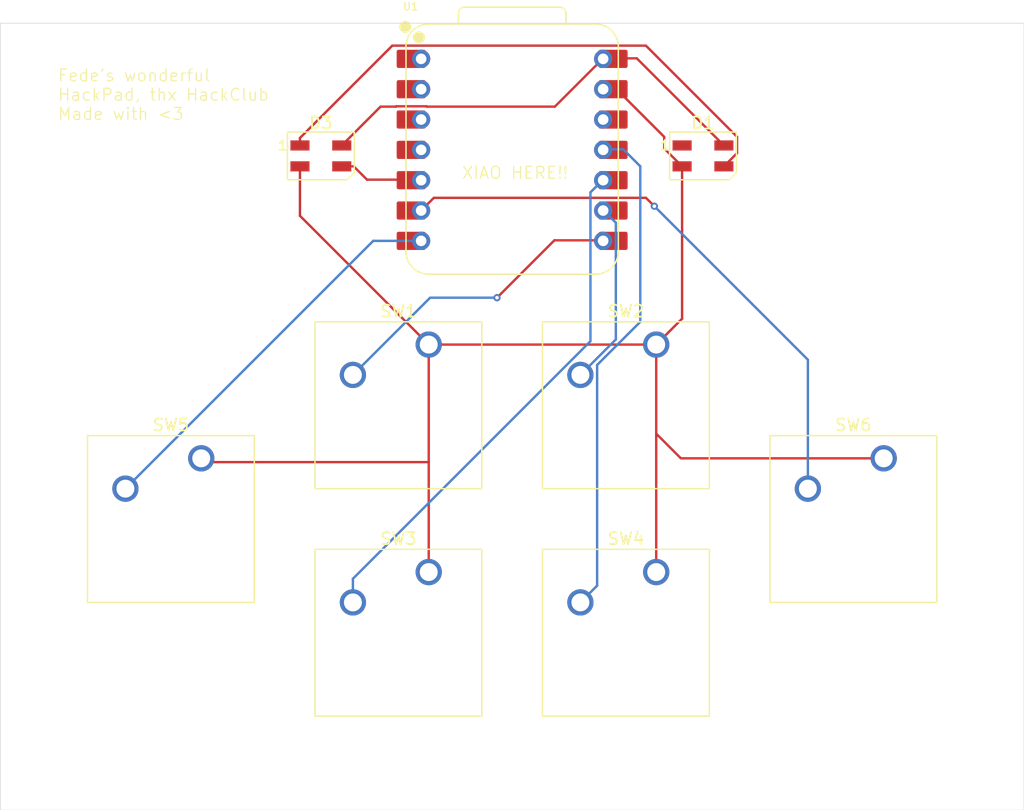
<source format=kicad_pcb>
(kicad_pcb (version 20241229) (generator "pcbnew") (generator_version "9.0")
  (layers (0 "F.Cu" signal) (2 "B.Cu" signal) (13 "F.Paste" user) (15 "B.Paste" user) (5 "F.SilkS" user "F.Silkscreen") (7 "B.SilkS" user "B.Silkscreen") (1 "F.Mask" user) (3 "B.Mask" user) (25 "Edge.Cuts" user))
  (net 0 "")
  (net 1 "+5V")
  (net 2 "Net-(D1-DIN)")
  (net 4 "GND")
  (net 5 "Net-(D3-DIN)")
  (net 6 "Net-(U1-GPIO1{slash}RX)")
  (net 7 "Net-(U1-GPIO2{slash}SCK)")
  (net 8 "Net-(U1-GPIO4{slash}MISO)")
  (net 9 "Net-(U1-GPIO3{slash}MOSI)")
  (net 13 "Net-(U1-GPIO7{slash}SCL)")
  (net 16 "Net-(U1-GPIO0{slash}TX)")
  (footprint "Button_Switch_Keyboard:SW_Cherry_MX_1.00u_PCB" (layer "F.Cu") (at 247.80875 63.97625)
    (property "Reference" "SW4" (at -2.54 -2.794 0) (layer "F.SilkS"))
    (property "Value" "SW_Push")
    (fp_line (start -9.525 -1.905) (end 4.445 -1.905) (stroke (width 0.12)) (layer "F.SilkS"))
    (fp_line (start -9.525 12.065) (end -9.525 -1.905) (stroke (width 0.12)) (layer "F.SilkS"))
    (fp_line (start 4.445 -1.905) (end 4.445 12.065) (stroke (width 0.12)) (layer "F.SilkS"))
    (fp_line (start 4.445 12.065) (end -9.525 12.065) (stroke (width 0.12)) (layer "F.SilkS"))
    (pad "" np_thru_hole circle (at -7.62 5.08) (size 1.7 1.7) (drill 1.7) (layers "*.Cu" "*.Mask"))
    (pad "" np_thru_hole circle (at -2.54 5.08) (size 4 4) (drill 4) (layers "*.Cu" "*.Mask"))
    (pad "" np_thru_hole circle (at 2.54 5.08) (size 1.7 1.7) (drill 1.7) (layers "*.Cu" "*.Mask"))
    (pad "1" thru_hole circle (at 0 0) (size 2.2 2.2) (drill 1.5) (layers "*.Cu" "*.Mask") (net 4 "GND"))
    (pad "2" thru_hole circle (at -6.35 2.54) (size 2.2 2.2) (drill 1.5) (layers "*.Cu" "*.Mask") (net 9 "Net-(U1-GPIO3{slash}MOSI)"))
  )
  (footprint "Button_Switch_Keyboard:SW_Cherry_MX_1.00u_PCB" (layer "F.Cu") (at 228.75875 44.92625)
    (property "Reference" "SW1" (at -2.54 -2.794 0) (layer "F.SilkS"))
    (property "Value" "SW_Push")
    (fp_line (start -9.525 -1.905) (end 4.445 -1.905) (stroke (width 0.12)) (layer "F.SilkS"))
    (fp_line (start -9.525 12.065) (end -9.525 -1.905) (stroke (width 0.12)) (layer "F.SilkS"))
    (fp_line (start 4.445 -1.905) (end 4.445 12.065) (stroke (width 0.12)) (layer "F.SilkS"))
    (fp_line (start 4.445 12.065) (end -9.525 12.065) (stroke (width 0.12)) (layer "F.SilkS"))
    (pad "" np_thru_hole circle (at -7.62 5.08) (size 1.7 1.7) (drill 1.7) (layers "*.Cu" "*.Mask"))
    (pad "" np_thru_hole circle (at -2.54 5.08) (size 4 4) (drill 4) (layers "*.Cu" "*.Mask"))
    (pad "" np_thru_hole circle (at 2.54 5.08) (size 1.7 1.7) (drill 1.7) (layers "*.Cu" "*.Mask"))
    (pad "1" thru_hole circle (at 0 0) (size 2.2 2.2) (drill 1.5) (layers "*.Cu" "*.Mask") (net 4 "GND"))
    (pad "2" thru_hole circle (at -6.35 2.54) (size 2.2 2.2) (drill 1.5) (layers "*.Cu" "*.Mask") (net 6 "Net-(U1-GPIO1{slash}RX)"))
  )
  (footprint "Button_Switch_Keyboard:SW_Cherry_MX_1.00u_PCB" (layer "F.Cu") (at 209.70875 54.45125)
    (property "Reference" "SW5" (at -2.54 -2.794 0) (layer "F.SilkS"))
    (property "Value" "SW_Push")
    (fp_line (start -9.525 -1.905) (end 4.445 -1.905) (stroke (width 0.12)) (layer "F.SilkS"))
    (fp_line (start -9.525 12.065) (end -9.525 -1.905) (stroke (width 0.12)) (layer "F.SilkS"))
    (fp_line (start 4.445 -1.905) (end 4.445 12.065) (stroke (width 0.12)) (layer "F.SilkS"))
    (fp_line (start 4.445 12.065) (end -9.525 12.065) (stroke (width 0.12)) (layer "F.SilkS"))
    (pad "" np_thru_hole circle (at -7.62 5.08) (size 1.7 1.7) (drill 1.7) (layers "*.Cu" "*.Mask"))
    (pad "" np_thru_hole circle (at -2.54 5.08) (size 4 4) (drill 4) (layers "*.Cu" "*.Mask"))
    (pad "" np_thru_hole circle (at 2.54 5.08) (size 1.7 1.7) (drill 1.7) (layers "*.Cu" "*.Mask"))
    (pad "1" thru_hole circle (at 0 0) (size 2.2 2.2) (drill 1.5) (layers "*.Cu" "*.Mask") (net 4 "GND"))
    (pad "2" thru_hole circle (at -6.35 2.54) (size 2.2 2.2) (drill 1.5) (layers "*.Cu" "*.Mask") (net 16 "Net-(U1-GPIO0{slash}TX)"))
  )
  (footprint "LED_SMD:LED_SK6812MINI_PLCC4_3.5x3.5mm_P1.75mm" (layer "F.Cu") (at 251.725 29.125)
    (property "Reference" "D1" (at 0 -2.75 0) (layer "F.SilkS"))
    (property "Value" "SK6812MINI")
    (fp_line (start -2.8 -2) (end -2.8 2) (stroke (width 0.12)) (layer "F.SilkS"))
    (fp_line (start -2.8 -2) (end 2.8 -2) (stroke (width 0.12)) (layer "F.SilkS"))
    (fp_line (start -2.8 2) (end 2.2 2) (stroke (width 0.12)) (layer "F.SilkS"))
    (fp_line (start 2.8 1.4) (end 2.2 2) (stroke (width 0.12)) (layer "F.SilkS"))
    (fp_line (start 2.8 1.4) (end 2.8 -2) (stroke (width 0.12)) (layer "F.SilkS"))
    (fp_text user "1" (at -3.2 -0.875 0) (layer "F.SilkS") (effects (font (size 0.8 0.8))))
    (pad "1" smd rect (at -1.75 -0.875) (size 1.6 0.85) (layers "F.Cu" "F.Mask" "F.Paste"))
    (pad "2" smd rect (at -1.75 0.875) (size 1.6 0.85) (layers "F.Cu" "F.Mask" "F.Paste") (net 4 "GND"))
    (pad "3" smd rect (at 1.75 0.875) (size 1.6 0.85) (layers "F.Cu" "F.Mask" "F.Paste") (net 2 "Net-(D1-DIN)"))
    (pad "4" smd rect (at 1.75 -0.875) (size 1.6 0.85) (layers "F.Cu" "F.Mask" "F.Paste") (net 1 "+5V"))
  )
  (footprint "LED_SMD:LED_SK6812MINI_PLCC4_3.5x3.5mm_P1.75mm" (layer "F.Cu") (at 219.725 29.125)
    (property "Reference" "D3" (at 0 -2.75 0) (layer "F.SilkS"))
    (property "Value" "SK6812MINI")
    (fp_line (start -2.8 -2) (end -2.8 2) (stroke (width 0.12)) (layer "F.SilkS"))
    (fp_line (start -2.8 -2) (end 2.8 -2) (stroke (width 0.12)) (layer "F.SilkS"))
    (fp_line (start -2.8 2) (end 2.2 2) (stroke (width 0.12)) (layer "F.SilkS"))
    (fp_line (start 2.8 1.4) (end 2.2 2) (stroke (width 0.12)) (layer "F.SilkS"))
    (fp_line (start 2.8 1.4) (end 2.8 -2) (stroke (width 0.12)) (layer "F.SilkS"))
    (fp_text user "1" (at -3.2 -0.875 0) (layer "F.SilkS") (effects (font (size 0.8 0.8))))
    (pad "1" smd rect (at -1.75 -0.875) (size 1.6 0.85) (layers "F.Cu" "F.Mask" "F.Paste") (net 2 "Net-(D1-DIN)"))
    (pad "2" smd rect (at -1.75 0.875) (size 1.6 0.85) (layers "F.Cu" "F.Mask" "F.Paste") (net 4 "GND"))
    (pad "3" smd rect (at 1.75 0.875) (size 1.6 0.85) (layers "F.Cu" "F.Mask" "F.Paste") (net 5 "Net-(D3-DIN)"))
    (pad "4" smd rect (at 1.75 -0.875) (size 1.6 0.85) (layers "F.Cu" "F.Mask" "F.Paste") (net 1 "+5V"))
  )
  (footprint "Button_Switch_Keyboard:SW_Cherry_MX_1.00u_PCB" (layer "F.Cu") (at 266.85875 54.45125)
    (property "Reference" "SW6" (at -2.54 -2.794 0) (layer "F.SilkS"))
    (property "Value" "SW_Push")
    (fp_line (start -9.525 -1.905) (end 4.445 -1.905) (stroke (width 0.12)) (layer "F.SilkS"))
    (fp_line (start -9.525 12.065) (end -9.525 -1.905) (stroke (width 0.12)) (layer "F.SilkS"))
    (fp_line (start 4.445 -1.905) (end 4.445 12.065) (stroke (width 0.12)) (layer "F.SilkS"))
    (fp_line (start 4.445 12.065) (end -9.525 12.065) (stroke (width 0.12)) (layer "F.SilkS"))
    (pad "" np_thru_hole circle (at -7.62 5.08) (size 1.7 1.7) (drill 1.7) (layers "*.Cu" "*.Mask"))
    (pad "" np_thru_hole circle (at -2.54 5.08) (size 4 4) (drill 4) (layers "*.Cu" "*.Mask"))
    (pad "" np_thru_hole circle (at 2.54 5.08) (size 1.7 1.7) (drill 1.7) (layers "*.Cu" "*.Mask"))
    (pad "1" thru_hole circle (at 0 0) (size 2.2 2.2) (drill 1.5) (layers "*.Cu" "*.Mask") (net 4 "GND"))
    (pad "2" thru_hole circle (at -6.35 2.54) (size 2.2 2.2) (drill 1.5) (layers "*.Cu" "*.Mask") (net 13 "Net-(U1-GPIO7{slash}SCL)"))
  )
  (footprint "Button_Switch_Keyboard:SW_Cherry_MX_1.00u_PCB" (layer "F.Cu") (at 228.75875 63.97625)
    (property "Reference" "SW3" (at -2.54 -2.794 0) (layer "F.SilkS"))
    (property "Value" "SW_Push")
    (fp_line (start -9.525 -1.905) (end 4.445 -1.905) (stroke (width 0.12)) (layer "F.SilkS"))
    (fp_line (start -9.525 12.065) (end -9.525 -1.905) (stroke (width 0.12)) (layer "F.SilkS"))
    (fp_line (start 4.445 -1.905) (end 4.445 12.065) (stroke (width 0.12)) (layer "F.SilkS"))
    (fp_line (start 4.445 12.065) (end -9.525 12.065) (stroke (width 0.12)) (layer "F.SilkS"))
    (pad "" np_thru_hole circle (at -7.62 5.08) (size 1.7 1.7) (drill 1.7) (layers "*.Cu" "*.Mask"))
    (pad "" np_thru_hole circle (at -2.54 5.08) (size 4 4) (drill 4) (layers "*.Cu" "*.Mask"))
    (pad "" np_thru_hole circle (at 2.54 5.08) (size 1.7 1.7) (drill 1.7) (layers "*.Cu" "*.Mask"))
    (pad "1" thru_hole circle (at 0 0) (size 2.2 2.2) (drill 1.5) (layers "*.Cu" "*.Mask") (net 4 "GND"))
    (pad "2" thru_hole circle (at -6.35 2.54) (size 2.2 2.2) (drill 1.5) (layers "*.Cu" "*.Mask") (net 8 "Net-(U1-GPIO4{slash}MISO)"))
  )
  (footprint "OPL:XIAO-RP2040-DIP" (layer "F.Cu") (at 235.74375 28.62)
    (property "Reference" "U1" (at -8.5 -12 0) (layer "F.SilkS") (effects (font (size 0.635 0.635) (thickness 0.1016))))
    (property "Value" "XIAO-RP2040-DIP")
    (fp_line (start -8.89 8.509) (end -8.89 -8.636) (stroke (width 0.127)) (layer "F.SilkS"))
    (fp_line (start -6.985 10.414) (end 6.985 10.414) (stroke (width 0.127)) (layer "F.SilkS"))
    (fp_line (start -4.495 -10.541) (end -4.491272 -11.451272) (stroke (width 0.127)) (layer "F.SilkS"))
    (fp_line (start -3.991272 -11.951) (end 4.004 -11.951) (stroke (width 0.127)) (layer "F.SilkS"))
    (fp_line (start 4.504 -11.451) (end 4.504 -10.541) (stroke (width 0.127)) (layer "F.SilkS"))
    (fp_line (start 6.985 -10.541) (end -6.985 -10.541) (stroke (width 0.1)) (layer "F.SilkS"))
    (fp_line (start 6.985 -10.541) (end -6.985 -10.541) (stroke (width 0.127)) (layer "F.SilkS"))
    (fp_line (start 8.89 8.509) (end 8.89 -8.636) (stroke (width 0.127)) (layer "F.SilkS"))
    (fp_arc (start -8.89 -8.636) (mid -8.332038 -9.983038) (end -6.985 -10.541) (stroke (width 0.127)) (layer "F.SilkS"))
    (fp_arc (start -6.985 10.414) (mid -8.332038 9.856038) (end -8.89 8.509) (stroke (width 0.127)) (layer "F.SilkS"))
    (fp_arc (start -4.491272 -11.451272) (mid -4.344728 -11.80464) (end -3.991272 -11.951) (stroke (width 0.127)) (layer "F.SilkS"))
    (fp_arc (start 4.004 -11.951) (mid 4.357553 -11.804553) (end 4.504 -11.451) (stroke (width 0.127)) (layer "F.SilkS"))
    (fp_arc (start 6.985 -10.541) (mid 8.332038 -9.983038) (end 8.89 -8.636) (stroke (width 0.127)) (layer "F.SilkS"))
    (fp_arc (start 8.89 8.509) (mid 8.332038 9.856038) (end 6.985 10.414) (stroke (width 0.127)) (layer "F.SilkS"))
    (fp_circle (center -8.95 -10.3) (end -8.95 -10.554) (stroke (width 0.5)) (fill yes) (layer "F.SilkS"))
    (fp_circle (center -7.807 -9.42) (end -7.807 -9.674) (stroke (width 0.5)) (fill yes) (layer "F.SilkS"))
    (pad "1" smd roundrect (at -8.455 -7.62 180) (size 2.432 1.524) (layers "F.Cu" "F.Mask") (roundrect_rratio 0.1))
    (pad "1" thru_hole circle (at -7.62 -7.62 180) (size 1.524 1.524) (drill 0.889) (layers "*.Cu" "*.Mask"))
    (pad "2" smd roundrect (at -8.455 -5.08 180) (size 2.432 1.524) (layers "F.Cu" "F.Mask") (roundrect_rratio 0.1))
    (pad "2" thru_hole circle (at -7.62 -5.08 180) (size 1.524 1.524) (drill 0.889) (layers "*.Cu" "*.Mask"))
    (pad "3" smd roundrect (at -8.455 -2.54 180) (size 2.432 1.524) (layers "F.Cu" "F.Mask") (roundrect_rratio 0.1))
    (pad "3" thru_hole circle (at -7.62 -2.54 180) (size 1.524 1.524) (drill 0.889) (layers "*.Cu" "*.Mask"))
    (pad "4" smd roundrect (at -8.455 0 180) (size 2.432 1.524) (layers "F.Cu" "F.Mask") (roundrect_rratio 0.1))
    (pad "4" thru_hole circle (at -7.62 0 180) (size 1.524 1.524) (drill 0.889) (layers "*.Cu" "*.Mask"))
    (pad "5" smd roundrect (at -8.455 2.54 180) (size 2.432 1.524) (layers "F.Cu" "F.Mask") (roundrect_rratio 0.1) (net 5 "Net-(D3-DIN)"))
    (pad "5" thru_hole circle (at -7.62 2.54 180) (size 1.524 1.524) (drill 0.889) (layers "*.Cu" "*.Mask") (net 5 "Net-(D3-DIN)"))
    (pad "6" smd roundrect (at -8.455 5.08 180) (size 2.432 1.524) (layers "F.Cu" "F.Mask") (roundrect_rratio 0.1) (net 13 "Net-(U1-GPIO7{slash}SCL)"))
    (pad "6" thru_hole circle (at -7.62 5.08 180) (size 1.524 1.524) (drill 0.889) (layers "*.Cu" "*.Mask") (net 13 "Net-(U1-GPIO7{slash}SCL)"))
    (pad "7" smd roundrect (at -8.455 7.62 180) (size 2.432 1.524) (layers "F.Cu" "F.Mask") (roundrect_rratio 0.1) (net 16 "Net-(U1-GPIO0{slash}TX)"))
    (pad "7" thru_hole circle (at -7.62 7.62 180) (size 1.524 1.524) (drill 0.889) (layers "*.Cu" "*.Mask") (net 16 "Net-(U1-GPIO0{slash}TX)"))
    (pad "8" thru_hole circle (at 7.62 7.62) (size 1.524 1.524) (drill 0.889) (layers "*.Cu" "*.Mask") (net 6 "Net-(U1-GPIO1{slash}RX)"))
    (pad "8" smd roundrect (at 8.455 7.62) (size 2.432 1.524) (layers "F.Cu" "F.Mask") (roundrect_rratio 0.1) (net 6 "Net-(U1-GPIO1{slash}RX)"))
    (pad "9" thru_hole circle (at 7.62 5.08) (size 1.524 1.524) (drill 0.889) (layers "*.Cu" "*.Mask") (net 7 "Net-(U1-GPIO2{slash}SCK)"))
    (pad "9" smd roundrect (at 8.455 5.08) (size 2.432 1.524) (layers "F.Cu" "F.Mask") (roundrect_rratio 0.1) (net 7 "Net-(U1-GPIO2{slash}SCK)"))
    (pad "10" thru_hole circle (at 7.62 2.54) (size 1.524 1.524) (drill 0.889) (layers "*.Cu" "*.Mask") (net 8 "Net-(U1-GPIO4{slash}MISO)"))
    (pad "10" smd roundrect (at 8.455 2.54) (size 2.432 1.524) (layers "F.Cu" "F.Mask") (roundrect_rratio 0.1) (net 8 "Net-(U1-GPIO4{slash}MISO)"))
    (pad "11" thru_hole circle (at 7.62 0) (size 1.524 1.524) (drill 0.889) (layers "*.Cu" "*.Mask") (net 9 "Net-(U1-GPIO3{slash}MOSI)"))
    (pad "11" smd roundrect (at 8.455 0) (size 2.432 1.524) (layers "F.Cu" "F.Mask") (roundrect_rratio 0.1) (net 9 "Net-(U1-GPIO3{slash}MOSI)"))
    (pad "12" thru_hole circle (at 7.62 -2.54) (size 1.524 1.524) (drill 0.889) (layers "*.Cu" "*.Mask"))
    (pad "12" smd roundrect (at 8.455 -2.54) (size 2.432 1.524) (layers "F.Cu" "F.Mask") (roundrect_rratio 0.1))
    (pad "13" thru_hole circle (at 7.62 -5.08) (size 1.524 1.524) (drill 0.889) (layers "*.Cu" "*.Mask") (net 4 "GND"))
    (pad "13" smd roundrect (at 8.455 -5.08) (size 2.432 1.524) (layers "F.Cu" "F.Mask") (roundrect_rratio 0.1) (net 4 "GND"))
    (pad "14" thru_hole circle (at 7.62 -7.62) (size 1.524 1.524) (drill 0.889) (layers "*.Cu" "*.Mask") (net 1 "+5V"))
    (pad "14" smd roundrect (at 8.455 -7.62) (size 2.432 1.524) (layers "F.Cu" "F.Mask") (roundrect_rratio 0.1) (net 1 "+5V"))
  )
  (footprint "Button_Switch_Keyboard:SW_Cherry_MX_1.00u_PCB" (layer "F.Cu") (at 247.80875 44.92625)
    (property "Reference" "SW2" (at -2.54 -2.794 0) (layer "F.SilkS"))
    (property "Value" "SW_Push")
    (fp_line (start -9.525 -1.905) (end 4.445 -1.905) (stroke (width 0.12)) (layer "F.SilkS"))
    (fp_line (start -9.525 12.065) (end -9.525 -1.905) (stroke (width 0.12)) (layer "F.SilkS"))
    (fp_line (start 4.445 -1.905) (end 4.445 12.065) (stroke (width 0.12)) (layer "F.SilkS"))
    (fp_line (start 4.445 12.065) (end -9.525 12.065) (stroke (width 0.12)) (layer "F.SilkS"))
    (pad "" np_thru_hole circle (at -7.62 5.08) (size 1.7 1.7) (drill 1.7) (layers "*.Cu" "*.Mask"))
    (pad "" np_thru_hole circle (at -2.54 5.08) (size 4 4) (drill 4) (layers "*.Cu" "*.Mask"))
    (pad "" np_thru_hole circle (at 2.54 5.08) (size 1.7 1.7) (drill 1.7) (layers "*.Cu" "*.Mask"))
    (pad "1" thru_hole circle (at 0 0) (size 2.2 2.2) (drill 1.5) (layers "*.Cu" "*.Mask") (net 4 "GND"))
    (pad "2" thru_hole circle (at -6.35 2.54) (size 2.2 2.2) (drill 1.5) (layers "*.Cu" "*.Mask") (net 7 "Net-(U1-GPIO2{slash}SCK)"))
  )
  (gr_rect (start 192.88125 18.013419) (end 278.60625 83.9125) (stroke (width 0.05)) (fill no) (layer "Edge.Cuts"))
  (gr_text "XIAO HERE!!" (at 231.475 31.125 0) (layer "F.SilkS") (effects (font (size 1 1) (thickness 0.1)) (justify left bottom)))
  (gr_text "Fede's wonderful\nHackPad, thx HackClub\nMade with <3" (at 197.64375 26.19375 0) (layer "F.SilkS") (effects (font (size 1 1) (thickness 0.1)) (justify left bottom)))
  (segment (start 224.725 25) (end 221.475 28.25) (width 0.2) (layer "F.Cu") (net 1))
  (segment (start 239.31875 25) (end 228.59206 25) (width 0.2) (layer "F.Cu") (net 1))
  (segment (start 226.033124 24.972) (end 226.005124 25) (width 0.2) (layer "F.Cu") (net 1))
  (segment (start 253.475 28.25) (end 246.18 20.955) (width 0.2) (layer "F.Cu") (net 1))
  (segment (start 228.59206 25) (end 228.56406 24.972) (width 0.2) (layer "F.Cu") (net 1))
  (segment (start 226.005124 25) (end 224.725 25) (width 0.2) (layer "F.Cu") (net 1))
  (segment (start 246.18 20.955) (end 243.36375 20.955) (width 0.2) (layer "F.Cu") (net 1))
  (segment (start 228.56406 24.972) (end 226.033124 24.972) (width 0.2) (layer "F.Cu") (net 1))
  (segment (start 243.36375 20.955) (end 239.31875 25) (width 0.2) (layer "F.Cu") (net 1))
  (segment (start 254.576 27.524) (end 254.576 28.899) (width 0.2) (layer "F.Cu") (net 2))
  (segment (start 217.975 27.625) (end 225.708 19.892) (width 0.2) (layer "F.Cu") (net 2))
  (segment (start 254.576 28.899) (end 253.475 30) (width 0.2) (layer "F.Cu") (net 2))
  (segment (start 217.975 28.25) (end 217.975 27.625) (width 0.2) (layer "F.Cu") (net 2))
  (segment (start 246.944 19.892) (end 254.576 27.524) (width 0.2) (layer "F.Cu") (net 2))
  (segment (start 225.708 19.892) (end 246.944 19.892) (width 0.2) (layer "F.Cu") (net 2))
  (segment (start 249.8725 54.45125) (end 247.80875 52.3875) (width 0.2) (layer "F.Cu") (net 4))
  (segment (start 248.475 27.52862) (end 244.44138 23.495) (width 0.2) (layer "F.Cu") (net 4))
  (segment (start 247.80875 44.92625) (end 247.80875 52.3875) (width 0.2) (layer "F.Cu") (net 4))
  (segment (start 249.975 30) (end 248.475 28.5) (width 0.2) (layer "F.Cu") (net 4))
  (segment (start 266.85875 54.45125) (end 249.8725 54.45125) (width 0.2) (layer "F.Cu") (net 4))
  (segment (start 228.75875 44.92625) (end 247.80875 44.92625) (width 0.2) (layer "F.Cu") (net 4))
  (segment (start 228.75875 54.76875) (end 228.75875 44.92625) (width 0.2) (layer "F.Cu") (net 4))
  (segment (start 249.975 42.76) (end 249.975 30) (width 0.2) (layer "F.Cu") (net 4))
  (segment (start 210.02625 54.76875) (end 228.75875 54.76875) (width 0.2) (layer "F.Cu") (net 4))
  (segment (start 209.70875 54.45125) (end 210.02625 54.76875) (width 0.2) (layer "F.Cu") (net 4))
  (segment (start 247.80875 52.3875) (end 247.80875 63.97625) (width 0.2) (layer "F.Cu") (net 4))
  (segment (start 247.80875 44.92625) (end 249.975 42.76) (width 0.2) (layer "F.Cu") (net 4))
  (segment (start 244.44138 23.495) (end 243.36375 23.495) (width 0.2) (layer "F.Cu") (net 4))
  (segment (start 248.475 28.5) (end 248.475 27.52862) (width 0.2) (layer "F.Cu") (net 4))
  (segment (start 217.975 30) (end 217.975 34.1425) (width 0.2) (layer "F.Cu") (net 4))
  (segment (start 228.75875 63.97625) (end 228.75875 54.76875) (width 0.2) (layer "F.Cu") (net 4))
  (segment (start 217.975 34.1425) (end 228.75875 44.92625) (width 0.2) (layer "F.Cu") (net 4))
  (segment (start 221.475 30) (end 222.475 30) (width 0.2) (layer "F.Cu") (net 5))
  (segment (start 222.475 30) (end 223.59 31.115) (width 0.2) (layer "F.Cu") (net 5))
  (segment (start 223.59 31.115) (end 228.12375 31.115) (width 0.2) (layer "F.Cu") (net 5))
  (segment (start 234.475 41) (end 239.28 36.195) (width 0.2) (layer "F.Cu") (net 6))
  (segment (start 239.28 36.195) (end 243.36375 36.195) (width 0.2) (layer "F.Cu") (net 6))
  (via (at 234.475 41) (size 0.6) (drill 0.3) (layers "F.Cu" "B.Cu") (net 6))
  (segment (start 222.40875 47.46625) (end 228.875 41) (width 0.2) (layer "B.Cu") (net 6))
  (segment (start 228.875 41) (end 234.475 41) (width 0.2) (layer "B.Cu") (net 6))
  (segment (start 244.42675 44.49825) (end 244.42675 34.718) (width 0.2) (layer "B.Cu") (net 7))
  (segment (start 241.45875 47.46625) (end 244.42675 44.49825) (width 0.2) (layer "B.Cu") (net 7))
  (segment (start 244.42675 34.718) (end 243.36375 33.655) (width 0.2) (layer "B.Cu") (net 7))
  (segment (start 222.40875 64.534936) (end 242.30075 44.642936) (width 0.2) (layer "B.Cu") (net 8))
  (segment (start 242.30075 32.178) (end 243.36375 31.115) (width 0.2) (layer "B.Cu") (net 8))
  (segment (start 242.30075 44.642936) (end 242.30075 32.178) (width 0.2) (layer "B.Cu") (net 8))
  (segment (start 222.40875 66.51625) (end 222.40875 64.534936) (width 0.2) (layer "B.Cu") (net 8))
  (segment (start 245.05 28.575) (end 243.36375 28.575) (width 0.2) (layer "B.Cu") (net 9))
  (segment (start 242.85975 65.11525) (end 242.85975 46.63235) (width 0.2) (layer "B.Cu") (net 9))
  (segment (start 242.85975 46.63235) (end 246.475 43.0171) (width 0.2) (layer "B.Cu") (net 9))
  (segment (start 241.45875 66.51625) (end 242.85975 65.11525) (width 0.2) (layer "B.Cu") (net 9))
  (segment (start 246.475 43.0171) (end 246.475 30) (width 0.2) (layer "B.Cu") (net 9))
  (segment (start 246.475 30) (end 245.05 28.575) (width 0.2) (layer "B.Cu") (net 9))
  (segment (start 246.9495 32.637) (end 229.18675 32.637) (width 0.2) (layer "F.Cu") (net 13))
  (segment (start 229.18675 32.637) (end 228.12375 33.7) (width 0.2) (layer "F.Cu") (net 13))
  (segment (start 247.65 33.3375) (end 246.9495 32.637) (width 0.2) (layer "F.Cu") (net 13))
  (via (at 247.65 33.3375) (size 0.6) (drill 0.3) (layers "F.Cu" "B.Cu") (net 13))
  (segment (start 260.50875 56.99125) (end 260.50875 46.19625) (width 0.2) (layer "B.Cu") (net 13))
  (segment (start 260.50875 46.19625) (end 247.65 33.3375) (width 0.2) (layer "B.Cu") (net 13))
  (segment (start 203.35875 56.99125) (end 224.11 36.24) (width 0.2) (layer "B.Cu") (net 16))
  (segment (start 224.11 36.24) (end 228.12375 36.24) (width 0.2) (layer "B.Cu") (net 16))
)
</source>
